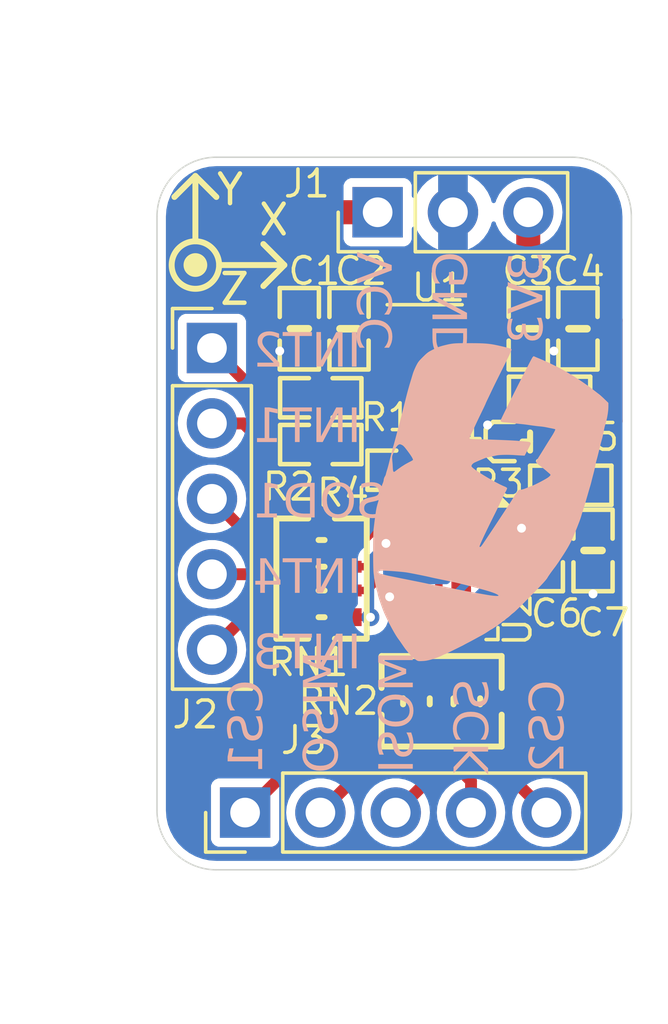
<source format=kicad_pcb>
(kicad_pcb (version 20240108) (generator "pcbnew") (generator_version "8.0")
  (layers (0 "F.Cu" signal) (31 "B.Cu" signal) (34 "B.Paste" user) (35 "F.Paste" user) (36 "B.SilkS" user "B.Silkscreen") (37 "F.SilkS" user "F.Silkscreen") (38 "B.Mask" user) (39 "F.Mask" user) (44 "Edge.Cuts" user))
  (net 0 "")
  (net 1 "+5V")
  (net 2 "GND")
  (net 3 "+3V3")
  (net 4 "Net-(U1-BP)")
  (net 5 "Net-(D1-A)")
  (net 6 "Net-(RN1-R3.1)")
  (net 7 "Net-(RN1-R2.1)")
  (net 8 "Net-(RN1-R1.1)")
  (net 9 "Net-(RN2-R4.1)")
  (net 10 "Net-(RN1-R4.1)")
  (net 11 "CSB_ACCEL")
  (net 12 "SCK")
  (net 13 "MISO")
  (net 14 "CSB_GYRO")
  (net 15 "MOSI")
  (net 16 "INT2_ACCEL")
  (net 17 "INT4_GYRO")
  (net 18 "INT1_ACCEL")
  (net 19 "INT3_GYRO")
  (net 20 "Net-(RN2-R3.1)")
  (net 21 "Net-(RN2-R2.1)")
  (net 22 "Net-(RN2-R1.1)")
  (net 23 "SDO1")
  (net 24 "Net-(J2-Pad1)")
  (net 25 "Net-(J2-Pad2)")
  (footprint "KURO_pcblib:PinHeader_1x05_P2.54mm_Vertical" (layer "F.Cu") (at 101.854 106.426)
    (property "Reference" "J2" (at -0.5588 12.3444 0) (layer "F.SilkS") (effects (font (size 0.9 0.9) (thickness 0.12))))
    (property "Value" "Conn_01x05_Pin_N")
    (pad "1" thru_hole rect (at 0 0) (size 1.7 1.7) (drill 1) (layers "*.Cu" "*.Mask") (net 24 "Net-(J2-Pad1)"))
    (pad "2" thru_hole oval (at 0 2.54) (size 1.7 1.7) (drill 1) (layers "*.Cu" "*.Mask") (net 25 "Net-(J2-Pad2)"))
    (pad "3" thru_hole oval (at 0 5.08) (size 1.7 1.7) (drill 1) (layers "*.Cu" "*.Mask") (net 8 "Net-(RN1-R1.1)"))
    (pad "4" thru_hole oval (at 0 7.62) (size 1.7 1.7) (drill 1) (layers "*.Cu" "*.Mask") (net 7 "Net-(RN1-R2.1)"))
    (pad "5" thru_hole oval (at 0 10.16) (size 1.7 1.7) (drill 1) (layers "*.Cu" "*.Mask") (net 6 "Net-(RN1-R3.1)"))
  )
  (footprint "KURO_pcblib:0603_C" (layer "F.Cu") (at 114.1984 105.7776 -90)
    (property "Reference" "C4" (at -1.9424 -0.030899 0) (layer "F.SilkS") (effects (font (size 0.9 0.9) (thickness 0.12))))
    (property "Value" "10u")
    (pad "1" smd rect (at -0.75 0 270) (size 0.81 0.87) (layers "F.Cu" "F.Paste" "F.Mask") (net 3 "+3V3"))
    (pad "2" smd rect (at 0.75 0 270) (size 0.81 0.87) (layers "F.Cu" "F.Paste" "F.Mask") (net 2 "GND"))
  )
  (footprint "KURO_pcblib:0603_C" (layer "F.Cu") (at 112.522 105.7776 -90)
    (property "Reference" "C3" (at -1.9424 0 0) (layer "F.SilkS") (effects (font (size 0.9 0.9) (thickness 0.12))))
    (property "Value" "100n")
    (pad "1" smd rect (at -0.75 0 270) (size 0.81 0.87) (layers "F.Cu" "F.Paste" "F.Mask") (net 3 "+3V3"))
    (pad "2" smd rect (at 0.75 0 270) (size 0.81 0.87) (layers "F.Cu" "F.Paste" "F.Mask") (net 2 "GND"))
  )
  (footprint "KURO_pcblib:LGA-16_L4.5_W3.0_P0.50_ClockwisePinNumbering" (layer "F.Cu") (at 110 113.9952 -90)
    (property "Reference" "U2" (at 1.5748 -2.1664 -90) (layer "F.SilkS") (effects (font (size 0.9 0.9) (thickness 0.12))))
    (property "Value" "BMI088")
    (pad "1" smd rect (at -1.5 -1.16 270) (size 0.25 0.6) (layers "F.Cu" "F.Paste" "F.Mask") (net 16 "INT2_ACCEL"))
    (pad "2" smd rect (at -1 -1.16 270) (size 0.25 0.6) (layers "F.Cu" "F.Paste" "F.Mask") (net 2 "GND"))
    (pad "3" smd rect (at -0.5 -1.16 270) (size 0.25 0.6) (layers "F.Cu" "F.Paste" "F.Mask") (net 3 "+3V3"))
    (pad "4" smd rect (at 0 -1.16 270) (size 0.25 0.6) (layers "F.Cu" "F.Paste" "F.Mask") (net 2 "GND"))
    (pad "5" smd rect (at 0.5 -1.16 270) (size 0.25 0.6) (layers "F.Cu" "F.Paste" "F.Mask") (net 14 "CSB_GYRO"))
    (pad "6" smd rect (at 1 -1.16 270) (size 0.25 0.6) (layers "F.Cu" "F.Paste" "F.Mask") (net 2 "GND"))
    (pad "7" smd rect (at 1.5 -1.16 270) (size 0.25 0.6) (layers "F.Cu" "F.Paste" "F.Mask") (net 2 "GND"))
    (pad "8" smd rect (at 1.91 0 180) (size 0.25 0.6) (layers "F.Cu" "F.Paste" "F.Mask") (net 12 "SCK"))
    (pad "9" smd rect (at 1.5 1.16 270) (size 0.25 0.6) (layers "F.Cu" "F.Paste" "F.Mask") (net 15 "MOSI"))
    (pad "10" smd rect (at 1 1.16 270) (size 0.25 0.6) (layers "F.Cu" "F.Paste" "F.Mask") (net 13 "MISO"))
    (pad "11" smd rect (at 0.5 1.16 270) (size 0.25 0.6) (layers "F.Cu" "F.Paste" "F.Mask") (net 3 "+3V3"))
    (pad "12" smd rect (at 0 1.16 270) (size 0.25 0.6) (layers "F.Cu" "F.Paste" "F.Mask") (net 19 "INT3_GYRO"))
    (pad "13" smd rect (at -0.5 1.16 270) (size 0.25 0.6) (layers "F.Cu" "F.Paste" "F.Mask") (net 17 "INT4_GYRO"))
    (pad "14" smd rect (at -1 1.16 270) (size 0.25 0.6) (layers "F.Cu" "F.Paste" "F.Mask") (net 11 "CSB_ACCEL"))
    (pad "15" smd rect (at -1.5 1.16 270) (size 0.25 0.6) (layers "F.Cu" "F.Paste" "F.Mask") (net 23 "SDO1"))
    (pad "16" smd rect (at -1.91 0 180) (size 0.25 0.6) (layers "F.Cu" "F.Paste" "F.Mask") (net 18 "INT1_ACCEL"))
  )
  (footprint "KURO_pcblib:0603_RX4" (layer "F.Cu") (at 109.6 118.3246)
    (property "Reference" "RN2" (at -3.4788 -0.0114 0) (layer "F.SilkS") (effects (font (size 0.9 0.9) (thickness 0.12))))
    (property "Value" "22")
    (pad "1" smd rect (at -1.3 0.875 90) (size 0.95 0.6) (layers "F.Cu" "F.Paste" "F.Mask") (net 22 "Net-(RN2-R1.1)"))
    (pad "2" smd rect (at -0.4 0.875 90) (size 0.95 0.4) (layers "F.Cu" "F.Paste" "F.Mask") (net 21 "Net-(RN2-R2.1)"))
    (pad "3" smd rect (at 0.4 0.875 90) (size 0.95 0.4) (layers "F.Cu" "F.Paste" "F.Mask") (net 20 "Net-(RN2-R3.1)"))
    (pad "4" smd rect (at 1.3 0.875 90) (size 0.95 0.6) (layers "F.Cu" "F.Paste" "F.Mask") (net 9 "Net-(RN2-R4.1)"))
    (pad "5" smd rect (at 1.3 -0.875 90) (size 0.95 0.6) (layers "F.Cu" "F.Paste" "F.Mask") (net 14 "CSB_GYRO"))
    (pad "6" smd rect (at 0.4 -0.875 90) (size 0.95 0.4) (layers "F.Cu" "F.Paste" "F.Mask") (net 12 "SCK"))
    (pad "7" smd rect (at -0.4 -0.875 90) (size 0.95 0.4) (layers "F.Cu" "F.Paste" "F.Mask") (net 15 "MOSI"))
    (pad "8" smd rect (at -1.3 -0.875 90) (size 0.95 0.6) (layers "F.Cu" "F.Paste" "F.Mask") (net 13 "MISO"))
  )
  (footprint "KURO_pcblib:0603_C" (layer "F.Cu") (at 113.03 113.2452 -90)
    (property "Reference" "C6" (at 2.1216 -0.4572 180) (layer "F.SilkS") (effects (font (size 0.9 0.9) (thickness 0.12))))
    (property "Value" "100n")
    (pad "1" smd rect (at -0.75 0 270) (size 0.81 0.87) (layers "F.Cu" "F.Paste" "F.Mask") (net 3 "+3V3"))
    (pad "2" smd rect (at 0.75 0 270) (size 0.81 0.87) (layers "F.Cu" "F.Paste" "F.Mask") (net 2 "GND"))
  )
  (footprint "KURO_pcblib:0603_R" (layer "F.Cu") (at 113.9564 111.0488)
    (property "Reference" "R3" (at -2.4504 -0.0508 360) (layer "F.SilkS") (effects (font (size 0.9 0.9) (thickness 0.12))))
    (property "Value" "1k")
    (pad "1" smd rect (at -0.75 0) (size 0.81 0.87) (layers "F.Cu" "F.Paste" "F.Mask") (net 5 "Net-(D1-A)"))
    (pad "2" smd rect (at 0.75 0) (size 0.81 0.87) (layers "F.Cu" "F.Paste" "F.Mask") (net 3 "+3V3"))
  )
  (footprint "KURO_pcblib:0603_C" (layer "F.Cu") (at 114.7064 113.2452 -90)
    (property "Reference" "C7" (at 2.4264 -0.3556 0) (layer "F.SilkS") (effects (font (size 0.9 0.9) (thickness 0.12))))
    (property "Value" "10u")
    (pad "1" smd rect (at -0.75 0 270) (size 0.81 0.87) (layers "F.Cu" "F.Paste" "F.Mask") (net 3 "+3V3"))
    (pad "2" smd rect (at 0.75 0 270) (size 0.81 0.87) (layers "F.Cu" "F.Paste" "F.Mask") (net 2 "GND"))
  )
  (footprint "KURO_pcblib:0603_R" (layer "F.Cu") (at 108.47 110.5408)
    (property "Reference" "R4" (at -2.1964 0.762 360) (layer "F.SilkS") (effects (font (size 0.9 0.9) (thickness 0.12))))
    (property "Value" "0")
    (pad "1" smd rect (at -0.75 0) (size 0.81 0.87) (layers "F.Cu" "F.Paste" "F.Mask") (net 23 "SDO1"))
    (pad "2" smd rect (at 0.75 0) (size 0.81 0.87) (layers "F.Cu" "F.Paste" "F.Mask") (net 13 "MISO"))
  )
  (footprint "KURO_pcblib:0603_RX4" (layer "F.Cu") (at 105.551 114.192 -90)
    (property "Reference" "RN1" (at 2.8148 0.4458 0) (layer "F.SilkS") (effects (font (size 0.9 0.9) (thickness 0.12))))
    (property "Value" "22")
    (pad "1" smd rect (at -1.3 0.875) (size 0.95 0.6) (layers "F.Cu" "F.Paste" "F.Mask") (net 8 "Net-(RN1-R1.1)"))
    (pad "2" smd rect (at -0.4 0.875) (size 0.95 0.4) (layers "F.Cu" "F.Paste" "F.Mask") (net 7 "Net-(RN1-R2.1)"))
    (pad "3" smd rect (at 0.4 0.875) (size 0.95 0.4) (layers "F.Cu" "F.Paste" "F.Mask") (net 6 "Net-(RN1-R3.1)"))
    (pad "4" smd rect (at 1.3 0.875) (size 0.95 0.6) (layers "F.Cu" "F.Paste" "F.Mask") (net 10 "Net-(RN1-R4.1)"))
    (pad "5" smd rect (at 1.3 -0.875) (size 0.95 0.6) (layers "F.Cu" "F.Paste" "F.Mask") (net 11 "CSB_ACCEL"))
    (pad "6" smd rect (at 0.4 -0.875) (size 0.95 0.4) (layers "F.Cu" "F.Paste" "F.Mask") (net 19 "INT3_GYRO"))
    (pad "7" smd rect (at -0.4 -0.875) (size 0.95 0.4) (layers "F.Cu" "F.Paste" "F.Mask") (net 17 "INT4_GYRO"))
    (pad "8" smd rect (at -1.3 -0.875) (size 0.95 0.6) (layers "F.Cu" "F.Paste" "F.Mask") (net 23 "SDO1"))
  )
  (footprint "KURO_pcblib:0603_C" (layer "F.Cu") (at 113.2411 108.0516)
    (property "Reference" "C5" (at 1.4653 1.3716 0) (layer "F.SilkS") (effects (font (size 0.9 0.9) (thickness 0.12))))
    (property "Value" "10n")
    (pad "1" smd rect (at -0.75 0) (size 0.81 0.87) (layers "F.Cu" "F.Paste" "F.Mask") (net 4 "Net-(U1-BP)"))
    (pad "2" smd rect (at 0.75 0) (size 0.81 0.87) (layers "F.Cu" "F.Paste" "F.Mask") (net 2 "GND"))
  )
  (footprint "KURO_pcblib:0603_C" (layer "F.Cu") (at 106.4768 105.7776 -90)
    (property "Reference" "C2" (at -1.9424 -0.4064 0) (layer "F.SilkS") (effects (font (size 0.9 0.9) (thickness 0.12))))
    (property "Value" "100n")
    (pad "1" smd rect (at -0.75 0 270) (size 0.81 0.87) (layers "F.Cu" "F.Paste" "F.Mask") (net 1 "+5V"))
    (pad "2" smd rect (at 0.75 0 270) (size 0.81 0.87) (layers "F.Cu" "F.Paste" "F.Mask") (net 2 "GND"))
  )
  (footprint "KURO_pcblib:0603_R" (layer "F.Cu") (at 105.5236 109.6772 180)
    (property "Reference" "R2" (at 1.0788 -1.4224 180) (layer "F.SilkS") (effects (font (size 0.9 0.9) (thickness 0.12))))
    (property "Value" "22")
    (pad "1" smd rect (at -0.75 0 180) (size 0.81 0.87) (layers "F.Cu" "F.Paste" "F.Mask") (net 18 "INT1_ACCEL"))
    (pad "2" smd rect (at 0.75 0 180) (size 0.81 0.87) (layers "F.Cu" "F.Paste" "F.Mask") (net 25 "Net-(J2-Pad2)"))
  )
  (footprint "KURO_pcblib:0603_C" (layer "F.Cu") (at 104.8004 105.7776 -90)
    (property "Reference" "C1" (at -1.9424 -0.508 0) (layer "F.SilkS") (effects (font (size 0.9 0.9) (thickness 0.12))))
    (property "Value" "10u")
    (pad "1" smd rect (at -0.75 0 270) (size 0.81 0.87) (layers "F.Cu" "F.Paste" "F.Mask") (net 1 "+5V"))
    (pad "2" smd rect (at 0.75 0 270) (size 0.81 0.87) (layers "F.Cu" "F.Paste" "F.Mask") (net 2 "GND"))
  )
  (footprint "LOGO" (layer "F.Cu") (at 113.792 118.1608)
    (property "Reference" "G***" (hide yes))
    (property "Value" "LOGO" (hide yes))
  )
  (footprint "KURO_pcblib:SOT-23-5" (layer "F.Cu") (at 109.492 106.5276)
    (property "Reference" "U1" (at 0 -2.1336 0) (layer "F.SilkS") (effects (font (size 0.9 0.9) (thickness 0.12))))
    (property "Value" "SPX3819M5-L-3-3")
    (pad "1" smd rect (at -1.1375 -0.95) (size 1.325 0.6) (layers "F.Cu" "F.Paste" "F.Mask") (net 1 "+5V"))
    (pad "2" smd rect (at -1.1375 0) (size 1.325 0.6) (layers "F.Cu" "F.Paste" "F.Mask") (net 2 "GND"))
    (pad "3" smd rect (at -1.1375 0.95) (size 1.325 0.6) (layers "F.Cu" "F.Paste" "F.Mask") (net 1 "+5V"))
    (pad "4" smd rect (at 1.1375 0.95) (size 1.325 0.6) (layers "F.Cu" "F.Paste" "F.Mask") (net 4 "Net-(U1-BP)"))
    (pad "5" smd rect (at 1.1375 -0.95) (size 1.325 0.6) (layers "F.Cu" "F.Paste" "F.Mask") (net 3 "+3V3"))
  )
  (footprint "KURO_pcblib:0603_R" (layer "F.Cu") (at 105.5236 108.1024 180)
    (property "Reference" "R1" (at -2.2232 -0.6604 0) (layer "F.SilkS") (effects (font (size 0.9 0.9) (thickness 0.12))))
    (property "Value" "22")
    (pad "1" smd rect (at -0.75 0 180) (size 0.81 0.87) (layers "F.Cu" "F.Paste" "F.Mask") (net 16 "INT2_ACCEL"))
    (pad "2" smd rect (at 0.75 0 180) (size 0.81 0.87) (layers "F.Cu" "F.Paste" "F.Mask") (net 24 "Net-(J2-Pad1)"))
  )
  (footprint "KURO_pcblib:PinHeader_1x05_P2.54mm_Vertical" (layer "F.Cu") (at 102.9716 122.0724 90)
    (property "Reference" "J3" (at 2.4384 1.9812 180) (layer "F.SilkS") (effects (font (size 0.9 0.9) (thickness 0.12))))
    (property "Value" "Conn_01x05_Pin_N")
    (pad "1" thru_hole rect (at 0 0 90) (size 1.7 1.7) (drill 1) (layers "*.Cu" "*.Mask") (net 10 "Net-(RN1-R4.1)"))
    (pad "2" thru_hole oval (at 0 2.54 90) (size 1.7 1.7) (drill 1) (layers "*.Cu" "*.Mask") (net 22 "Net-(RN2-R1.1)"))
    (pad "3" thru_hole oval (at 0 5.08 90) (size 1.7 1.7) (drill 1) (layers "*.Cu" "*.Mask") (net 21 "Net-(RN2-R2.1)"))
    (pad "4" thru_hole oval (at 0 7.62 90) (size 1.7 1.7) (drill 1) (layers "*.Cu" "*.Mask") (net 20 "Net-(RN2-R3.1)"))
    (pad "5" thru_hole oval (at 0 10.16 90) (size 1.7 1.7) (drill 1) (layers "*.Cu" "*.Mask") (net 9 "Net-(RN2-R4.1)"))
  )
  (footprint "KURO_pcblib:0603_D" (layer "F.Cu") (at 112.4564 109.5756 180)
    (property "Reference" "D1" (at 2.2712 0.508 180) (layer "F.SilkS") (effects (font (size 0.9 0.9) (thickness 0.12))))
    (property "Value" "LED")
    (pad "1" smd rect (at -0.75 0 180) (size 0.81 0.87) (layers "F.Cu" "F.Paste" "F.Mask") (net 5 "Net-(D1-A)"))
    (pad "2" smd rect (at 0.75 0 180) (size 0.81 0.87) (layers "F.Cu" "F.Paste" "F.Mask") (net 2 "GND"))
  )
  (footprint "KURO_pcblib:PinHeader_1x03_P2.54mm_Vertical" (layer "F.Cu") (at 107.442 101.854 90)
    (property "Reference" "J1" (at 0.9652 -2.3876 180) (layer "F.SilkS") (effects (font (size 0.9 0.9) (thickness 0.12))))
    (property "Value" "Conn_01x03_Pin_N")
    (pad "1" thru_hole rect (at 0 0 90) (size 1.7 1.7) (drill 1) (layers "*.Cu" "*.Mask") (net 1 "+5V"))
    (pad "2" thru_hole oval (at 0 2.54 90) (size 1.7 1.7) (drill 1) (layers "*.Cu" "*.Mask") (net 2 "GND"))
    (pad "3" thru_hole oval (at 0 5.08 90) (size 1.7 1.7) (drill 1) (layers "*.Cu" "*.Mask") (net 3 "+3V3"))
  )
  (footprint "LOGO" (layer "B.Cu") (at 111.252 111.6076 180)
    (property "Reference" "G***" (hide yes))
    (property "Value" "LOGO" (hide yes))
  )
  (gr_line (start 103.588093 104.339107) (end 104.2952 103.632) (stroke (width 0.2)) (layer "F.SilkS"))
  (gr_line (start 104.2952 103.632) (end 103.588093 102.924893) (stroke (width 0.2)) (layer "F.SilkS"))
  (gr_circle (center 101.2952 103.632) (end 102.0952 103.632) (stroke (width 0.2)) (fill none) (layer "F.SilkS"))
  (gr_line (start 101.2952 100.632) (end 100.588093 101.339107) (stroke (width 0.2)) (layer "F.SilkS"))
  (gr_line (start 102.002307 101.339107) (end 101.2952 100.632) (stroke (width 0.2)) (layer "F.SilkS"))
  (gr_circle (center 101.2952 103.632) (end 101.4952 103.632) (stroke (width 0.4)) (fill none) (layer "F.SilkS"))
  (gr_line (start 101.2952 102.832) (end 101.2952 100.632) (stroke (width 0.2)) (layer "F.SilkS"))
  (gr_line (start 102.0952 103.632) (end 104.2952 103.632) (stroke (width 0.2)) (layer "F.SilkS"))
  (gr_arc (start 100 102) (mid 100.585786 100.585786) (end 102 100) (stroke (width 0.05)) (layer "Edge.Cuts"))
  (gr_line (start 100 122) (end 100 102) (stroke (width 0.05)) (layer "Edge.Cuts"))
  (gr_line (start 102 100) (end 114 100) (stroke (width 0.05)) (layer "Edge.Cuts"))
  (gr_arc (start 114 100) (mid 115.414214 100.585786) (end 116 102) (stroke (width 0.05)) (layer "Edge.Cuts"))
  (gr_arc (start 116 122) (mid 115.414214 123.414214) (end 114 124) (stroke (width 0.05)) (layer "Edge.Cuts"))
  (gr_arc (start 102 124) (mid 100.585786 123.414214) (end 100 122) (stroke (width 0.05)) (layer "Edge.Cuts"))
  (gr_line (start 116 102) (end 116 122) (stroke (width 0.05)) (layer "Edge.Cuts"))
  (gr_line (start 114 124) (end 102 124) (stroke (width 0.05)) (layer "Edge.Cuts"))
  (gr_text "MOSI" (at 108.1532 120.7516 90) (layer "B.SilkS") (effects (font (size 1.143 1.143) (thickness 0.2)) (justify right mirror)))
  (gr_text "3V3" (at 112.522 103.1748 90) (layer "B.SilkS") (effects (font (size 1.143 1.143) (thickness 0.2)) (justify left mirror)))
  (gr_text "INT1" (at 103.2256 109.1184 0) (layer "B.SilkS") (effects (font (size 1.143 1.143) (thickness 0.2)) (justify right mirror)))
  (gr_text "CS2" (at 113.2332 120.7516 90) (layer "B.SilkS") (effects (font (size 1.143 1.143) (thickness 0.2)) (justify right mirror)))
  (gr_text "INT3" (at 103.2256 116.7384 0) (layer "B.SilkS") (effects (font (size 1.143 1.143) (thickness 0.2)) (justify right mirror)))
  (gr_text "INT2" (at 103.2256 106.5784 0) (layer "B.SilkS") (effects (font (size 1.143 1.143) (thickness 0.2)) (justify right mirror)))
  (gr_text "SCK" (at 110.6932 120.7516 90) (layer "B.SilkS") (effects (font (size 1.143 1.143) (thickness 0.2)) (justify right mirror)))
  (gr_text "VCC" (at 107.442 103.1748 90) (layer "B.SilkS") (effects (font (size 1.143 1.143) (thickness 0.2)) (justify left mirror)))
  (gr_text "MISO" (at 105.6132 120.7516 90) (layer "B.SilkS") (effects (font (size 1.143 1.143) (thickness 0.2)) (justify right mirror)))
  (gr_text "INT4" (at 103.2256 114.1984 0) (layer "B.SilkS") (effects (font (size 1.143 1.143) (thickness 0.2)) (justify right mirror)))
  (gr_text "CS1" (at 103.0732 120.7516 90) (layer "B.SilkS") (effects (font (size 1.143 1.143) (thickness 0.2)) (justify right mirror)))
  (gr_text "GND" (at 109.982 103.1748 90) (layer "B.SilkS") (effects (font (size 1.143 1.143) (thickness 0.2)) (justify left mirror)))
  (gr_text "SOD1" (at 103.2256 111.6584 0) (layer "B.SilkS") (effects (font (size 1.143 1.143) (thickness 0.2)) (justify right mirror)))
  (gr_text "X" (at 103.9368 102.108 0) (layer "F.SilkS") (effects (font (size 1 1))))
  (gr_text "Z" (at 102.616 104.4448 0) (layer "F.SilkS") (effects (font (size 1 1))))
  (gr_text "Y" (at 102.4636 101.092 0) (layer "F.SilkS") (effects (font (size 1 1))))
  (segment (start 109.2352 107.4776) (end 108.3545 107.4776) (width 0.4) (layer "F.Cu") (net 1))
  (segment (start 109.499502 105.841902) (end 109.499502 107.213298) (width 0.4) (layer "F.Cu") (net 1))
  (segment (start 107.5588 105.5776) (end 107.0088 105.0276) (width 0.6) (layer "F.Cu") (net 1))
  (segment (start 105.9688 101.854) (end 107.442 101.854) (width 0.81) (layer "F.Cu") (net 1))
  (segment (start 104.8004 105.0276) (end 104.8004 103.0224) (width 0.81) (layer "F.Cu") (net 1))
  (segment (start 104.8004 105.0276) (end 106.4768 105.0276) (width 0.81) (layer "F.Cu") (net 1))
  (segment (start 107.0088 105.0276) (end 106.4768 105.0276) (width 0.6) (layer "F.Cu") (net 1))
  (segment (start 109.2352 105.5776) (end 109.499502 105.841902) (width 0.4) (layer "F.Cu") (net 1))
  (segment (start 108.3545 105.5776) (end 109.2352 105.5776) (width 0.4) (layer "F.Cu") (net 1))
  (segment (start 108.3545 105.5776) (end 107.5588 105.5776) (width 0.6) (layer "F.Cu") (net 1))
  (segment (start 104.8004 103.0224) (end 105.9688 101.854) (width 0.81) (layer "F.Cu") (net 1))
  (segment (start 109.499502 107.213298) (end 109.2352 107.4776) (width 0.4) (layer "F.Cu") (net 1))
  (segment (start 113.9911 107.3445) (end 113.9911 108.0516) (width 0.81) (layer "F.Cu") (net 2))
  (segment (start 112.522 106.5276) (end 113.3856 106.5276) (width 0.81) (layer "F.Cu") (net 2))
  (segment (start 114.1984 106.5276) (end 114.1984 107.1372) (width 0.81) (layer "F.Cu") (net 2))
  (segment (start 114.1984 107.1372) (end 113.9911 107.3445) (width 0.81) (layer "F.Cu") (net 2))
  (segment (start 113.3856 106.5276) (end 114.1984 106.5276) (width 0.81) (layer "F.Cu") (net 2))
  (segment (start 108.3545 106.5276) (end 106.4768 106.5276) (width 0.6) (layer "F.Cu") (net 2))
  (segment (start 111.16 113.9952) (end 113.03 113.9952) (width 0.25) (layer "F.Cu") (net 2))
  (segment (start 111.7064 109.5756) (end 111.7064 109.5728) (width 0.81) (layer "F.Cu") (net 2))
  (segment (start 113.03 113.9952) (end 114.7064 113.9952) (width 0.81) (layer "F.Cu") (net 2))
  (segment (start 104.8004 106.5276) (end 104.14 106.5276) (width 0.81) (layer "F.Cu") (net 2))
  (segment (start 106.4768 106.5276) (end 104.8004 106.5276) (width 0.81) (layer "F.Cu") (net 2))
  (segment (start 114.7064 113.9952) (end 114.7064 114.7064) (width 0.81) (layer "F.Cu") (net 2))
  (segment (start 111.7064 109.5728) (end 111.1504 109.0168) (width 0.81) (layer "F.Cu") (net 2))
  (via (at 114.7064 114.7064) (size 0.6) (drill 0.3) (layers "F.Cu" "B.Cu") (net 2))
  (via (at 104.14 106.5276) (size 0.6) (drill 0.3) (layers "F.Cu" "B.Cu") (net 2))
  (via (at 111.1504 109.0168) (size 0.6) (drill 0.3) (layers "F.Cu" "B.Cu") (net 2))
  (via (at 113.3856 106.5276) (size 0.6) (drill 0.3) (layers "F.Cu" "B.Cu") (net 2))
  (segment (start 114.1984 105.0276) (end 114.832 105.0276) (width 0.81) (layer "F.Cu") (net 3))
  (segment (start 110.6295 105.5776) (end 111.3892 105.5776) (width 0.6) (layer "F.Cu") (net 3))
  (segment (start 115.295 105.4906) (end 115.295 108.8854) (width 0.81) (layer "F.Cu") (net 3))
  (segment (start 111.16 113.4952) (end 111.6504 113.4952) (width 0.25) (layer "F.Cu") (net 3))
  (segment (start 114.7064 111.0488) (end 114.7064 112.4952) (width 0.81) (layer "F.Cu") (net 3))
  (segment (start 115.295 108.8854) (end 114.7064 109.474) (width 0.81) (layer "F.Cu") (net 3))
  (segment (start 107.943244 114.806116) (end 107.846516 114.806116) (width 0.25) (layer "F.Cu") (net 3))
  (segment (start 114.7064 109.474) (end 114.7064 111.0488) (width 0.81) (layer "F.Cu") (net 3))
  (segment (start 113.03 112.4952) (end 114.7064 112.4952) (width 0.81) (layer "F.Cu") (net 3))
  (segment (start 114.832 105.0276) (end 115.295 105.4906) (width 0.81) (layer "F.Cu") (net 3))
  (segment (start 112.2948 112.4952) (end 113.03 112.4952) (width 0.25) (layer "F.Cu") (net 3))
  (segment (start 111.3892 105.5776) (end 111.9392 105.0276) (width 0.6) (layer "F.Cu") (net 3))
  (segment (start 112.522 105.0276) (end 114.1984 105.0276) (width 0.81) (layer "F.Cu") (net 3))
  (segment (start 108.25416 114.4952) (end 107.943244 114.806116) (width 0.25) (layer "F.Cu") (net 3))
  (segment (start 112.2948 112.8508) (end 112.2948 112.4952) (width 0.25) (layer "F.Cu") (net 3))
  (segment (start 111.6504 113.4952) (end 112.2948 112.8508) (width 0.25) (layer "F.Cu") (net 3))
  (segment (start 111.9392 105.0276) (end 112.522 105.0276) (width 0.6) (layer "F.Cu") (net 3))
  (segment (start 112.522 105.0276) (end 112.522 101.854) (width 0.81) (layer "F.Cu") (net 3))
  (segment (start 108.84 114.4952) (end 108.25416 114.4952) (width 0.25) (layer "F.Cu") (net 3))
  (via (at 112.2948 112.4952) (size 0.6) (drill 0.3) (layers "F.Cu" "B.Cu") (net 3))
  (via (at 107.846516 114.806116) (size 0.6) (drill 0.3) (layers "F.Cu" "B.Cu") (net 3))
  (segment (start 109.983884 114.806116) (end 107.846516 114.806116) (width 0.25) (layer "B.Cu") (net 3))
  (segment (start 112.2948 112.4952) (end 109.983884 114.806116) (width 0.25) (layer "B.Cu") (net 3))
  (segment (start 111.3892 107.4776) (end 111.9632 108.0516) (width 0.6) (layer "F.Cu") (net 4))
  (segment (start 110.6295 107.4776) (end 111.3892 107.4776) (width 0.6) (layer "F.Cu") (net 4))
  (segment (start 111.9632 108.0516) (end 112.4911 108.0516) (width 0.6) (layer "F.Cu") (net 4))
  (segment (start 113.2064 109.5756) (end 113.2064 111.0488) (width 0.81) (layer "F.Cu") (net 5))
  (segment (start 104.676 114.592) (end 103.848 114.592) (width 0.4) (layer "F.Cu") (net 6))
  (segment (start 103.848 114.592) (end 101.854 116.586) (width 0.4) (layer "F.Cu") (net 6))
  (segment (start 104.676 113.792) (end 103.378 113.792) (width 0.4) (layer "F.Cu") (net 7))
  (segment (start 103.124 114.046) (end 101.854 114.046) (width 0.4) (layer "F.Cu") (net 7))
  (segment (start 103.378 113.792) (end 103.124 114.046) (width 0.4) (layer "F.Cu") (net 7))
  (segment (start 104.676 112.892) (end 103.24 112.892) (width 0.4) (layer "F.Cu") (net 8))
  (segment (start 103.24 112.892) (end 101.854 111.506) (width 0.4) (layer "F.Cu") (net 8))
  (segment (start 110.9 119.8408) (end 113.1316 122.0724) (width 0.4) (layer "F.Cu") (net 9))
  (segment (start 110.9 119.1996) (end 110.9 119.8408) (width 0.4) (layer "F.Cu") (net 9))
  (segment (start 104.676 120.368) (end 102.9716 122.0724) (width 0.4) (layer "F.Cu") (net 10))
  (segment (start 104.676 115.492) (end 104.676 120.368) (width 0.4) (layer "F.Cu") (net 10))
  (segment (start 107.200884 115.493959) (end 107.198925 115.492) (width 0.25) (layer "F.Cu") (net 11))
  (segment (start 107.734568 112.9952) (end 108.84 112.9952) (width 0.25) (layer "F.Cu") (net 11))
  (segment (start 107.723284 113.006484) (end 107.734568 112.9952) (width 0.25) (layer "F.Cu") (net 11))
  (segment (start 107.198925 115.492) (end 106.426 115.492) (width 0.25) (layer "F.Cu") (net 11))
  (via (at 107.723284 113.006484) (size 0.6) (drill 0.3) (layers "F.Cu" "B.Cu") (net 11))
  (via (at 107.200884 115.493959) (size 0.6) (drill 0.3) (layers "F.Cu" "B.Cu") (net 11))
  (segment (start 107.200884 115.493959) (end 107.200884 113.528884) (width 0.25) (layer "B.Cu") (net 11))
  (segment (start 107.200884 113.528884) (end 107.723284 113.006484) (width 0.25) (layer "B.Cu") (net 11))
  (segment (start 110 115.9052) (end 110 117.4496) (width 0.25) (layer "F.Cu") (net 12))
  (segment (start 109.22 111.8108) (end 109.22 110.5408) (width 0.25) (layer "F.Cu") (net 13))
  (segment (start 108.0516 115.4176) (end 108.0516 116.4336) (width 0.25) (layer "F.Cu") (net 13))
  (segment (start 108.84 114.9952) (end 109.236 114.9952) (width 0.25) (layer "F.Cu") (net 13))
  (segment (start 109.236 114.9952) (end 109.506922 114.724278) (width 0.25) (layer "F.Cu") (net 13))
  (segment (start 109.506922 112.097722) (end 109.22 111.8108) (width 0.25) (layer "F.Cu") (net 13))
  (segment (start 108.0516 116.4336) (end 108.3 116.682) (width 0.25) (layer "F.Cu") (net 13))
  (segment (start 108.84 114.9952) (end 108.474 114.9952) (width 0.25) (layer "F.Cu") (net 13))
  (segment (start 108.3 116.682) (end 108.3 117.4496) (width 0.25) (layer "F.Cu") (net 13))
  (segment (start 109.506922 114.724278) (end 109.506922 112.097722) (width 0.25) (layer "F.Cu") (net 13))
  (segment (start 108.474 114.9952) (end 108.0516 115.4176) (width 0.25) (layer "F.Cu") (net 13))
  (segment (start 111.16 114.4952) (end 111.5996 114.4952) (width 0.25) (layer "F.Cu") (net 14))
  (segment (start 110.9 116.811) (end 110.9 117.4496) (width 0.25) (layer "F.Cu") (net 14))
  (segment (start 111.9124 115.7986) (end 110.9 116.811) (width 0.25) (layer "F.Cu") (net 14))
  (segment (start 111.9124 114.808) (end 111.9124 115.7986) (width 0.25) (layer "F.Cu") (net 14))
  (segment (start 111.5996 114.4952) (end 111.9124 114.808) (width 0.25) (layer "F.Cu") (net 14))
  (segment (start 108.84 116.1552) (end 109.2 116.5152) (width 0.25) (layer "F.Cu") (net 15))
  (segment (start 108.84 115.4952) (end 108.84 116.1552) (width 0.25) (layer "F.Cu") (net 15))
  (segment (start 109.2 116.5152) (end 109.2 117.4496) (width 0.25) (layer "F.Cu") (net 15))
  (segment (start 109.982 109.1184) (end 107.8992 109.1184) (width 0.25) (layer "F.Cu") (net 16))
  (segment (start 110.5916 109.728) (end 109.982 109.1184) (width 0.25) (layer "F.Cu") (net 16))
  (segment (start 111.16 112.0744) (end 110.5916 111.506) (width 0.25) (layer "F.Cu") (net 16))
  (segment (start 111.16 112.4952) (end 111.16 112.0744) (width 0.25) (layer "F.Cu") (net 16))
  (segment (start 106.8832 108.1024) (end 106.2736 108.1024) (width 0.25) (layer "F.Cu") (net 16))
  (segment (start 110.5916 111.506) (end 110.5916 109.728) (width 0.25) (layer "F.Cu") (net 16))
  (segment (start 107.8992 109.1184) (end 106.8832 108.1024) (width 0.25) (layer "F.Cu") (net 16))
  (segment (start 107.8192 113.792) (end 106.426 113.792) (width 0.25) (layer "F.Cu") (net 17))
  (segment (start 108.116 113.4952) (end 107.8192 113.792) (width 0.25) (layer "F.Cu") (net 17))
  (segment (start 108.84 113.4952) (end 108.116 113.4952) (width 0.25) (layer "F.Cu") (net 17))
  (segment (start 109.7512 109.6772) (end 106.2736 109.6772) (width 0.25) (layer "F.Cu") (net 18))
  (segment (start 110 112.0852) (end 110 109.926) (width 0.25) (layer "F.Cu") (net 18))
  (segment (start 110 109.926) (end 109.7512 109.6772) (width 0.25) (layer "F.Cu") (net 18))
  (segment (start 107.98588 114.1944) (end 107.4968 114.1944) (width 0.25) (layer "F.Cu") (net 19))
  (segment (start 107.0992 114.592) (end 106.426 114.592) (width 0.25) (layer "F.Cu") (net 19))
  (segment (start 108.84 113.9952) (end 108.18508 113.9952) (width 0.25) (layer "F.Cu") (net 19))
  (segment (start 107.4968 114.1944) (end 107.0992 114.592) (width 0.25) (layer "F.Cu") (net 19))
  (segment (start 108.18508 113.9952) (end 107.98588 114.1944) (width 0.25) (layer "F.Cu") (net 19))
  (segment (start 110 120.414) (end 110.5916 121.0056) (width 0.4) (layer "F.Cu") (net 20))
  (segment (start 110 119.1996) (end 110 120.414) (width 0.4) (layer "F.Cu") (net 20))
  (segment (start 110.5916 121.0056) (end 110.5916 122.0724) (width 0.4) (layer "F.Cu") (net 20))
  (segment (start 109.2 119.1996) (end 109.2 120.924) (width 0.4) (layer "F.Cu") (net 21))
  (segment (start 109.2 120.924) (end 108.0516 122.0724) (width 0.4) (layer "F.Cu") (net 21))
  (segment (start 107.7468 120.396) (end 107.188 120.396) (width 0.4) (layer "F.Cu") (net 22))
  (segment (start 107.188 120.396) (end 105.5116 122.0724) (width 0.4) (layer "F.Cu") (net 22))
  (segment (start 108.3 119.8428) (end 107.7468 120.396) (width 0.4) (layer "F.Cu") (net 22))
  (segment (start 108.3 119.1996) (end 108.3 119.8428) (width 0.4) (layer "F.Cu") (net 22))
  (segment (start 108.022 112.4952) (end 107.72 112.1932) (width 0.25) (layer "F.Cu") (net 23))
  (segment (start 107.72 112.1932) (end 107.0212 112.892) (width 0.25) (layer "F.Cu") (net 23))
  (segment (start 107.72 110.5408) (end 107.72 112.1932) (width 0.25) (layer "F.Cu") (net 23))
  (segment (start 107.0212 112.892) (end 106.426 112.892) (width 0.25) (layer "F.Cu") (net 23))
  (segment (start 108.84 112.4952) (end 108.022 112.4952) (width 0.25) (layer "F.Cu") (net 23))
  (segment (start 103.5304 108.1024) (end 101.854 106.426) (width 0.4) (layer "F.Cu") (net 24))
  (segment (start 104.7736 108.1024) (end 103.5304 108.1024) (width 0.4) (layer "F.Cu") (net 24))
  (segment (start 103.632 109.6772) (end 102.9208 108.966) (width 0.4) (layer "F.Cu") (net 25))
  (segment (start 102.9208 108.966) (end 101.854 108.966) (width 0.4) (layer "F.Cu") (net 25))
  (segment (start 104.7736 109.6772) (end 103.632 109.6772) (width 0.4) (layer "F.Cu") (net 25))
  (zone (net 2) (net_name "GND") (layer "F.Cu") (priority 1) (connect_pads yes (clearance 0.1778)) (min_thickness 0.1524) (fill yes (thermal_gap 0.5) (thermal_bridge_width 0.5))
    (polygon (pts (xy 111.46 113.1202) (xy 111.46 112.8702) (xy 110.1926 112.8702) (xy 109.9312 113.1316) (xy 109.9312 115.047) (xy 110.5044 115.6202) (xy 111.46 115.6202) (xy 111.46 115.3702) (xy 110.86 115.3702) (xy 110.86 115.1202) (xy 111.46 115.1202) (xy 111.46 114.8702) (xy 110.7554 114.8702) (xy 110.5916 114.7064) (xy 110.5916 114.2492) (xy 110.7206 114.1202) (xy 111.46 114.1202) (xy 111.46 113.8702) (xy 110.7206 113.8702) (xy 110.5916 113.7412) (xy 110.5916 113.287) (xy 110.7584 113.1202)))
  )
  (zone (net 2) (net_name "GND") (layer "B.Cu") (connect_pads (clearance 0.3)) (min_thickness 0.1524) (fill yes (thermal_gap 0.5) (thermal_bridge_width 1))
    (polygon (pts (xy 99.9744 99.9744) (xy 116.0272 99.9744) (xy 116.0272 124.0028) (xy 99.9744 124.0028)))
  )
)
</source>
